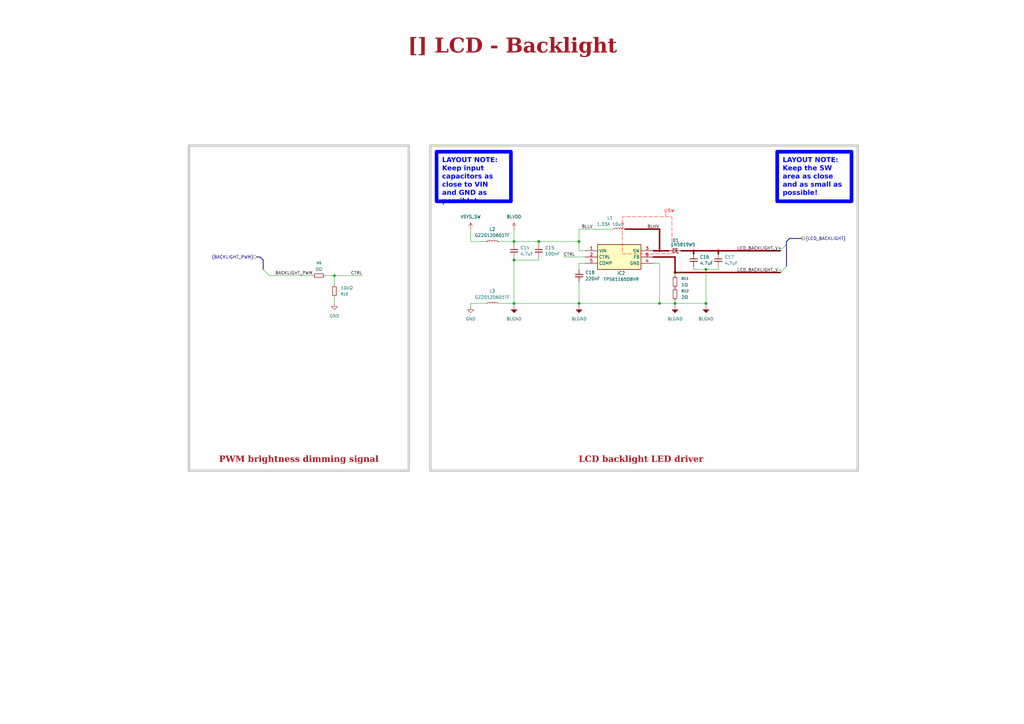
<source format=kicad_sch>
(kicad_sch (version 20250114) (generator "eeschema") (generator_version "9.0")
  (paper "A3")
  (title_block (title "LCD - Backlight") (rev "${REVISION}") (company "${COMPANY}"))
  (lib_symbols
    (symbol "0_capacitors:CL05B104KO5NNNC" (pin_numbers (hide yes)) (pin_names (offset 0.254) (hide yes))
      (property "Reference" "C" (at 0.254 1.778 0))
      (property "Value" "100nF" (at 0.254 -2.032 0))
      (symbol "CL05B104KO5NNNC_0_1"
        (polyline (pts (xy -1.524 0.508) (xy 1.524 0.508)) (stroke (width 0.3048)))
        (polyline (pts (xy -1.524 -0.508) (xy 1.524 -0.508)) (stroke (width 0.3302)))
      )
      (symbol "CL05B104KO5NNNC_1_1"
        (pin passive line (at 0 2.54 270) (length 2.032) (name "~") (number "1"))
        (pin passive line (at 0 -2.54 90) (length 2.032) (name "~") (number "2"))
      )
    )
    (symbol "0_capacitors:CL05B224KO5NNNC" (pin_numbers (hide yes)) (pin_names (offset 0.254) (hide yes))
      (property "Reference" "C" (at 0.254 1.778 0))
      (property "Value" "220nF" (at 0.254 -2.032 0))
      (symbol "CL05B224KO5NNNC_0_1"
        (polyline (pts (xy -1.524 0.508) (xy 1.524 0.508)) (stroke (width 0.3048)))
        (polyline (pts (xy -1.524 -0.508) (xy 1.524 -0.508)) (stroke (width 0.3302)))
      )
      (symbol "CL05B224KO5NNNC_1_1"
        (pin passive line (at 0 2.54 270) (length 2.032) (name "~") (number "1"))
        (pin passive line (at 0 -2.54 90) (length 2.032) (name "~") (number "2"))
      )
    )
    (symbol "0_capacitors:CL21A475KAQNNNE" (pin_numbers (hide yes)) (pin_names (offset 0.254) (hide yes))
      (property "Reference" "C" (at 0.254 1.778 0))
      (property "Value" "4.7uF" (at 0.254 -2.032 0))
      (symbol "CL21A475KAQNNNE_0_1"
        (polyline (pts (xy -1.524 0.508) (xy 1.524 0.508)) (stroke (width 0.3048)))
        (polyline (pts (xy -1.524 -0.508) (xy 1.524 -0.508)) (stroke (width 0.3302)))
      )
      (symbol "CL21A475KAQNNNE_1_1"
        (pin passive line (at 0 2.54 270) (length 2.032) (name "~") (number "1"))
        (pin passive line (at 0 -2.54 90) (length 2.032) (name "~") (number "2"))
      )
    )
    (symbol "0_diodes:1N5819WS" (pin_numbers (hide yes)) (pin_names (offset 0.254) (hide yes))
      (property "Reference" "D" (at -1.27 2.032 0))
      (property "Value" "1N5819WS" (at -7.112 -2.032 0))
      (symbol "1N5819WS_0_1"
        (polyline (pts (xy -1.27 0.762) (xy -1.27 1.016) (xy -0.762 1.016) (xy -0.762 -1.016) (xy -0.254 -1.016) (xy -0.254 -0.762)) (stroke (width 0.254)))
        (polyline (pts (xy -0.762 0) (xy 0.762 0)))
        (polyline (pts (xy 0.762 -1.016) (xy -0.762 0) (xy 0.762 1.016) (xy 0.762 -1.016)) (stroke (width 0.254)))
      )
      (symbol "1N5819WS_1_1"
        (pin passive line (at -2.54 0 0) (length 1.778) (name "K") (number "1"))
        (pin passive line (at 2.54 0 180) (length 1.778) (name "A") (number "2"))
      )
    )
    (symbol "0_inductors:GZ2012D601TF" (pin_numbers (hide yes)) (pin_names (offset 0.254) (hide yes))
      (property "Reference" "L" (at 0.762 1.016 0))
      (property "Value" "GZ2012D601TF" (at 0.762 -1.016 0))
      (symbol "GZ2012D601TF_0_1"
        (arc (start 0 2.032) (mid 0.5058 1.524) (end 0 1.016))
        (arc (start 0 1.016) (mid 0.5058 0.508) (end 0 0))
        (arc (start 0 0) (mid 0.5058 -0.508) (end 0 -1.016))
        (arc (start 0 -1.016) (mid 0.5058 -1.524) (end 0 -2.032))
      )
      (symbol "GZ2012D601TF_1_1"
        (pin passive line (at 0 2.54 270) (length 0.508) (name "~") (number "1"))
        (pin passive line (at 0 -2.54 90) (length 0.508) (name "~") (number "2"))
      )
    )
    (symbol "0_inductors:VLS3012HBX-100M" (pin_numbers (hide yes)) (pin_names (offset 0.254) (hide yes))
      (property "Reference" "L" (at 0.762 1.016 0))
      (property "Value" "1.33A 10uH" (at 0.762 -1.016 0))
      (symbol "VLS3012HBX-100M_0_1"
        (arc (start 0 2.032) (mid 0.5058 1.524) (end 0 1.016))
        (arc (start 0 1.016) (mid 0.5058 0.508) (end 0 0))
        (arc (start 0 0) (mid 0.5058 -0.508) (end 0 -1.016))
        (arc (start 0 -1.016) (mid 0.5058 -1.524) (end 0 -2.032))
      )
      (symbol "VLS3012HBX-100M_1_1"
        (pin passive line (at 0 2.54 270) (length 0.508) (name "~") (number "1"))
        (pin passive line (at 0 -2.54 90) (length 0.508) (name "~") (number "2"))
      )
    )
    (symbol "0_integrated_circuits:TPS61165DBVR"
      (property "Reference" "IC" (at 24.13 7.62 0))
      (property "Value" "TPS61165DBVR" (at 24.13 5.08 0))
      (symbol "TPS61165DBVR_1_1"
        (rectangle (start 5.08 2.54) (end 22.86 -7.62) (stroke (width 0.254)) (fill (type background)))
        (pin passive line (at 0 0 0) (length 5.08) (name "VIN") (number "1"))
        (pin passive line (at 0 -2.54 0) (length 5.08) (name "CTRL") (number "2"))
        (pin passive line (at 0 -5.08 0) (length 5.08) (name "COMP") (number "5"))
        (pin passive line (at 27.94 0 180) (length 5.08) (name "SW") (number "3"))
        (pin passive line (at 27.94 -2.54 180) (length 5.08) (name "FB") (number "6"))
        (pin passive line (at 27.94 -5.08 180) (length 5.08) (name "GND") (number "4"))
      )
    )
    (symbol "0_power_symbols:BLGND" (power) (pin_numbers (hide yes)) (pin_names (offset 0) (hide yes))
      (property "Value" "BLGND" (at 0 -3.81 0))
      (symbol "BLGND_1_1"
        (polyline (pts (xy 0 0) (xy 0 -1.27) (xy 1.27 -1.27) (xy 0 -2.54) (xy -1.27 -1.27) (xy 0 -1.27)) (fill (type color) (color 132 0 0 1)))
        (pin power_in line (at 0 0 270) (length 0) (name "~") (number "1"))
      )
    )
    (symbol "0_power_symbols:BLVDD" (power) (pin_numbers (hide yes)) (pin_names (offset 0) (hide yes))
      (property "Value" "BLVDD" (at 0 3.556 0))
      (symbol "BLVDD_0_1"
        (polyline (pts (xy -0.762 1.27) (xy 0 2.54)))
        (polyline (pts (xy 0 2.54) (xy 0.762 1.27)))
        (polyline (pts (xy 0 0) (xy 0 2.54)))
      )
      (symbol "BLVDD_1_1"
        (pin power_in line (at 0 0 90) (length 0) (name "~") (number "1"))
      )
    )
    (symbol "0_power_symbols:VSYS_SW" (power) (pin_numbers (hide yes)) (pin_names (offset 0) (hide yes))
      (property "Value" "VSYS_SW" (at 0 3.556 0))
      (symbol "VSYS_SW_0_1"
        (polyline (pts (xy -0.762 1.27) (xy 0 2.54)))
        (polyline (pts (xy 0 2.54) (xy 0.762 1.27)))
        (polyline (pts (xy 0 0) (xy 0 2.54)))
      )
      (symbol "VSYS_SW_1_1"
        (pin power_in line (at 0 0 90) (length 0) (name "~") (number "1"))
      )
    )
    (symbol "0_resistors:0402WGF0000TCE" (pin_numbers (hide yes)) (pin_names (offset 0.254) (hide yes))
      (property "Reference" "R" (at 0 0 90))
      (property "Value" "0Ω" (at 1.778 0 90))
      (symbol "0402WGF0000TCE_0_1"
        (rectangle (start -0.762 1.778) (end 0.762 -1.778) (stroke (width 0.2032)))
      )
      (symbol "0402WGF0000TCE_1_1"
        (pin passive line (at 0 2.54 270) (length 0.762) (name "~") (number "1"))
        (pin passive line (at 0 -2.54 90) (length 0.762) (name "~") (number "2"))
      )
    )
    (symbol "0_resistors:0402WGF1002TCE" (pin_numbers (hide yes)) (pin_names (offset 0.254) (hide yes))
      (property "Reference" "R" (at 0 0 90))
      (property "Value" "10kΩ" (at 1.778 0 90))
      (symbol "0402WGF1002TCE_0_1"
        (rectangle (start -0.762 1.778) (end 0.762 -1.778) (stroke (width 0.2032)))
      )
      (symbol "0402WGF1002TCE_1_1"
        (pin passive line (at 0 2.54 270) (length 0.762) (name "~") (number "1"))
        (pin passive line (at 0 -2.54 90) (length 0.762) (name "~") (number "2"))
      )
    )
    (symbol "0_resistors:0603WAF100KT5E" (pin_numbers (hide yes)) (pin_names (offset 0.254) (hide yes))
      (property "Reference" "R" (at 0 0 90))
      (property "Value" "1Ω" (at 1.778 0 90))
      (symbol "0603WAF100KT5E_0_1"
        (rectangle (start -0.762 1.778) (end 0.762 -1.778) (stroke (width 0.2032)))
      )
      (symbol "0603WAF100KT5E_1_1"
        (pin passive line (at 0 2.54 270) (length 0.762) (name "~") (number "1"))
        (pin passive line (at 0 -2.54 90) (length 0.762) (name "~") (number "2"))
      )
    )
    (symbol "0_resistors:0603WAF200KT5E" (pin_numbers (hide yes)) (pin_names (offset 0.254) (hide yes))
      (property "Reference" "R" (at 0 0 90))
      (property "Value" "2Ω" (at 1.778 0 90))
      (symbol "0603WAF200KT5E_0_1"
        (rectangle (start -0.762 1.778) (end 0.762 -1.778) (stroke (width 0.2032)))
      )
      (symbol "0603WAF200KT5E_1_1"
        (pin passive line (at 0 2.54 270) (length 0.762) (name "~") (number "1"))
        (pin passive line (at 0 -2.54 90) (length 0.762) (name "~") (number "2"))
      )
    )
    (symbol "power:GND" (power) (pin_numbers (hide yes)) (pin_names (offset 0) (hide yes))
      (property "Value" "GND" (at 0 -3.81 0))
      (symbol "GND_0_1"
        (polyline (pts (xy 0 0) (xy 0 -1.27) (xy 1.27 -1.27) (xy 0 -2.54) (xy -1.27 -1.27) (xy 0 -1.27)))
      )
      (symbol "GND_1_1"
        (pin power_in line (at 0 0 270) (length 0) (name "~") (number "1"))
      )
    )
  )
  (rectangle (start 77.47 59.69) (end 167.64 193.04) (stroke (width 1) (color 200 200 200 1)))
  (rectangle (start 176.53 59.69) (end 351.79 193.04) (stroke (width 1) (color 200 200 200 1)))
  (text_box "PWM brightness dimming signal\n" (at 78.74 179.07 0) (size 87.63 12.7) (margins 1.9049 1.9049 1.9049 1.9049) (stroke (width -0.0001)) (effects (font (size 2.54 2.54) (thickness 0.508) (bold yes)) (justify bottom)))
  (text_box "LAYOUT NOTE:\nKeep input capacitors as close to VIN and GND as possible!" (at 179.07 62.23 0) (size 30.48 20.32) (margins 2.25 2.25 2.25 2.25) (stroke (width 1.5) (color 0 0 255 1)) (effects (font (size 2 2) (thickness 0.4) (bold yes)) (justify left top)))
  (text_box "LAYOUT NOTE:\nKeep the SW area as close and as small as possible!" (at 318.77 62.23 0) (size 30.48 20.32) (margins 2.25 2.25 2.25 2.25) (stroke (width 1.5) (color 0 0 255 1)) (effects (font (size 2 2) (thickness 0.4) (bold yes)) (justify left top)))
  (text_box "[${#}] ${TITLE}" (at 12.7 12.7 0) (size 394.97 12.7) (margins 4.4999 4.4999 4.4999 4.4999) (stroke (width -0.0001)) (effects (font (size 6 6) (thickness 1.2) (bold yes))))
  (text_box "LCD backlight LED driver\n" (at 173.99 179.07 0) (size 177.8 12.7) (margins 1.9049 1.9049 1.9049 1.9049) (stroke (width -0.0001)) (effects (font (size 2.54 2.54) (thickness 0.508) (bold yes)) (justify bottom)))
  (junction (at 276.86 111.76) (color 132 0 0 1))
  (junction (at 220.98 99.06))
  (junction (at 210.82 124.46))
  (junction (at 210.82 106.68))
  (junction (at 237.49 124.46))
  (junction (at 289.56 124.46))
  (junction (at 294.64 102.87) (color 132 0 0 1))
  (junction (at 270.51 102.87) (color 132 0 0 1))
  (junction (at 284.48 102.87) (color 132 0 0 1))
  (junction (at 270.51 124.46))
  (junction (at 137.16 113.03))
  (junction (at 210.82 99.06))
  (junction (at 276.86 124.46))
  (junction (at 237.49 99.06))
  (junction (at 289.56 110.49))
  (bus_entry (at 107.95 110.49) (size 2.54 2.54))
  (bus_entry (at 322.58 109.22) (size -2.54 2.54))
  (bus_entry (at 322.58 100.33) (size -2.54 2.54))
  (wire (pts (xy 270.51 107.95) (xy 270.51 124.46)))
  (wire (pts (xy 279.4 102.87) (xy 284.48 102.87)) (stroke (width 0.6) (color 132 0 0 1)))
  (wire (pts (xy 237.49 107.95) (xy 240.03 107.95)))
  (wire (pts (xy 210.82 93.98) (xy 210.82 99.06)))
  (wire (pts (xy 237.49 102.87) (xy 240.03 102.87)))
  (wire (pts (xy 276.86 105.41) (xy 276.86 111.76)) (stroke (width 0.6) (color 132 0 0 1)))
  (bus (pts (xy 106.68 105.41) (xy 107.95 106.68)))
  (wire (pts (xy 133.35 113.03) (xy 137.16 113.03)))
  (bus (pts (xy 105.41 105.41) (xy 106.68 105.41)))
  (wire (pts (xy 193.04 99.06) (xy 199.39 99.06)))
  (wire (pts (xy 294.64 102.87) (xy 293.37 102.87)))
  (wire (pts (xy 294.64 102.87) (xy 320.04 102.87)) (stroke (width 0.6) (color 132 0 0 1)))
  (wire (pts (xy 276.86 111.76) (xy 320.04 111.76)) (stroke (width 0.6) (color 132 0 0 1)))
  (wire (pts (xy 193.04 93.98) (xy 193.04 99.06)))
  (wire (pts (xy 193.04 124.46) (xy 199.39 124.46)))
  (wire (pts (xy 220.98 100.33) (xy 220.98 99.06)))
  (wire (pts (xy 204.47 99.06) (xy 210.82 99.06)))
  (wire (pts (xy 220.98 105.41) (xy 220.98 106.68)))
  (wire (pts (xy 137.16 124.46) (xy 137.16 121.92)))
  (wire (pts (xy 237.49 115.57) (xy 237.49 124.46)))
  (wire (pts (xy 276.86 124.46) (xy 276.86 125.73)))
  (wire (pts (xy 270.51 93.98) (xy 256.54 93.98)) (stroke (width 0.6) (color 132 0 0 1)))
  (bus (pts (xy 328.93 97.79) (xy 323.85 97.79)))
  (wire (pts (xy 270.51 102.87) (xy 274.32 102.87)) (stroke (width 0.6) (color 132 0 0 1)))
  (wire (pts (xy 210.82 99.06) (xy 220.98 99.06)))
  (wire (pts (xy 294.64 109.22) (xy 294.64 110.49)))
  (bus (pts (xy 323.85 97.79) (xy 322.58 99.06)))
  (wire (pts (xy 137.16 113.03) (xy 148.59 113.03)))
  (wire (pts (xy 284.48 109.22) (xy 284.48 110.49)))
  (wire (pts (xy 210.82 106.68) (xy 220.98 106.68)))
  (wire (pts (xy 210.82 100.33) (xy 210.82 99.06)))
  (wire (pts (xy 276.86 124.46) (xy 276.86 123.19)))
  (wire (pts (xy 284.48 110.49) (xy 289.56 110.49)))
  (wire (pts (xy 193.04 124.46) (xy 193.04 125.73)))
  (wire (pts (xy 240.03 105.41) (xy 231.14 105.41)))
  (bus (pts (xy 107.95 106.68) (xy 107.95 110.49)))
  (wire (pts (xy 237.49 99.06) (xy 237.49 102.87)))
  (wire (pts (xy 110.49 113.03) (xy 128.27 113.03)))
  (wire (pts (xy 137.16 116.84) (xy 137.16 113.03)))
  (wire (pts (xy 267.97 105.41) (xy 276.86 105.41)) (stroke (width 0.6) (color 132 0 0 1)))
  (wire (pts (xy 276.86 111.76) (xy 280.67 111.76)))
  (wire (pts (xy 237.49 107.95) (xy 237.49 110.49)))
  (wire (pts (xy 270.51 93.98) (xy 270.51 102.87)) (stroke (width 0.6) (color 132 0 0 1)))
  (wire (pts (xy 289.56 124.46) (xy 289.56 125.73)))
  (wire (pts (xy 294.64 104.14) (xy 294.64 102.87)) (stroke (width 0.6) (color 132 0 0 1)))
  (wire (pts (xy 276.86 111.76) (xy 276.86 113.03)))
  (wire (pts (xy 220.98 99.06) (xy 237.49 99.06)))
  (wire (pts (xy 237.49 93.98) (xy 251.46 93.98)))
  (wire (pts (xy 270.51 107.95) (xy 267.97 107.95)))
  (bus (pts (xy 322.58 99.06) (xy 322.58 100.33)))
  (wire (pts (xy 210.82 106.68) (xy 210.82 124.46)))
  (wire (pts (xy 237.49 93.98) (xy 237.49 99.06)))
  (wire (pts (xy 276.86 124.46) (xy 289.56 124.46)))
  (wire (pts (xy 284.48 104.14) (xy 284.48 102.87)) (stroke (width 0.6) (color 132 0 0 1)))
  (wire (pts (xy 210.82 105.41) (xy 210.82 106.68)))
  (wire (pts (xy 210.82 124.46) (xy 237.49 124.46)))
  (wire (pts (xy 237.49 124.46) (xy 270.51 124.46)))
  (wire (pts (xy 284.48 102.87) (xy 294.64 102.87)) (stroke (width 0.6) (color 132 0 0 1)))
  (wire (pts (xy 270.51 124.46) (xy 276.86 124.46)))
  (wire (pts (xy 237.49 124.46) (xy 237.49 125.73)))
  (wire (pts (xy 270.51 102.87) (xy 267.97 102.87)) (stroke (width 0.6) (color 132 0 0 1)))
  (wire (pts (xy 210.82 124.46) (xy 210.82 125.73)))
  (wire (pts (xy 204.47 124.46) (xy 210.82 124.46)))
  (bus (pts (xy 322.58 100.33) (xy 322.58 109.22)))
  (wire (pts (xy 289.56 110.49) (xy 294.64 110.49)))
  (wire (pts (xy 289.56 110.49) (xy 289.56 124.46)))
  (label "BLLV" (at 238.5021 93.98 0))
  (label "BLHV" (at 265.43 93.98 0))
  (label "BACKLIGHT_PWM" (at 128.27 113.03 180))
  (label "LCD_BACKLIGHT_V-" (at 302.26 111.76 0))
  (label "LCD_BACKLIGHT_V+" (at 302.26 102.87 0))
  (label "CTRL" (at 148.59 113.03 180))
  (label "CTRL" (at 231.14 105.41 0))
  (hierarchical_label "{BACKLIGHT_PWM}" (shape input) (at 105.41 105.41 180))
  (hierarchical_label "{LCD_BACKLIGHT}" (shape output) (at 328.93 97.79 0))
  (rule_area (polyline (pts (xy 255.27 104.14) (xy 275.59 104.14) (xy 275.59 88.9) (xy 255.27 88.9)) (stroke (width 0) (type dash))))
  (netclass_flag "" (length 2.54) (shape round) (at 273.05 88.9 0) (property "Netclass" "SW" (at 273.7485 86.36 0) (effects (justify left))))
  (symbol (lib_id "0_capacitors:CL21A475KAQNNNE") (at 210.82 102.87 0) (unit 1)
    (property "Reference" "C14" (at 213.36 101.6063 0) (effects (justify left)))
    (property "Value" "4.7uF" (at 213.36 104.1463 0) (effects (justify left)))
    (property "Footprint" "0_capacitors:C_0805_2012Metric" (effects (hide yes)))
    (property "Description" "Unpolarized capacitor, small symbol" (effects (hide yes)))
    (property "Supplier 1" "JLCPCB" (effects (hide yes)))
    (property "Supplier Part Number 1" "C1779" (effects (hide yes)))
  )
  (symbol (lib_id "0_capacitors:CL21A475KAQNNNE") (at 294.64 106.68 0) (unit 1)
    (property "Reference" "C17" (at 297.18 105.4163 0) (effects (justify left)))
    (property "Value" "4.7uF" (at 297.18 107.9563 0) (effects (justify left)))
    (property "Footprint" "0_capacitors:C_0805_2012Metric" (effects (hide yes)))
    (property "Description" "Unpolarized capacitor, small symbol" (effects (hide yes)))
    (property "Supplier 1" "JLCPCB" (effects (hide yes)))
    (property "Supplier Part Number 1" "C1779" (effects (hide yes)))
  )
  (symbol (lib_id "0_resistors:0603WAF200KT5E") (at 276.86 120.65 0) (unit 1)
    (property "Reference" "R12" (at 279.4 119.38 0) (effects (font (size 1.016 1.016)) (justify left)))
    (property "Value" "2Ω" (at 279.4 121.92 0) (effects (justify left)))
    (property "Footprint" "0_resistors:R_0603_1608Metric" (effects (hide yes)))
    (property "Description" "75V ±1% ±200ppm/℃ 2Ω 0603" (effects (hide yes)))
    (property "Supplier 1" "JLCPCB" (effects (hide yes)))
    (property "Supplier Part Number 1" "C22977" (effects (hide yes)))
  )
  (symbol (lib_id "0_inductors:GZ2012D601TF") (at 201.93 99.06 90) (unit 1)
    (property "Reference" "L2" (at 201.93 93.98 90))
    (property "Value" "GZ2012D601TF" (at 201.93 96.52 90))
    (property "Footprint" "0_inductors:L_0805_2012Metric" (effects (hide yes)))
    (property "Description" "300mΩ ±25% 600Ω@100MHz 0805 Ferrite Beads ROHS" (effects (hide yes)))
    (property "Supplier 1" "JLCPCB" (effects (hide yes)))
    (property "Supplier Part Number 1" "C1017" (effects (hide yes)))
  )
  (symbol (lib_id "0_resistors:0402WGF0000TCE") (at 130.81 113.03 90) (unit 1)
    (property "Reference" "R9" (at 130.81 107.95 90) (effects (font (size 1.016 1.016))))
    (property "Value" "0Ω" (at 130.81 110.49 90))
    (property "Footprint" "0_resistors:R_0402_1005Metric" (effects (hide yes)))
    (property "Description" "Resistor, small symbol" (effects (hide yes)))
    (property "Supplier 1" "JLCPCB" (effects (hide yes)))
    (property "Supplier Part Number 1" "C17168" (effects (hide yes)))
  )
  (symbol (lib_id "0_inductors:VLS3012HBX-100M") (at 254 93.98 90) (unit 1)
    (property "Reference" "L1" (at 250.19 89.408 90))
    (property "Value" "1.33A 10uH" (at 250.444 91.948 90))
    (property "Footprint" "0_inductors:IND_VLS3012HBX-100M" (effects (hide yes)))
    (property "Description" "Inductor, small symbol" (effects (hide yes)))
    (property "Supplier 1" "JLCPCB" (effects (hide yes)))
    (property "Supplier Part Number 1" "C518881" (effects (hide yes)))
  )
  (symbol (lib_id "0_power_symbols:BLGND") (at 237.49 125.73 0) (unit 1)
    (property "Reference" "#PWR028" (effects (hide yes)))
    (property "Value" "BLGND" (at 237.49 130.81 0))
    (property "Description" "Power symbol creates a global label with name \"BLGND\" , ground" (effects (hide yes)))
  )
  (symbol (lib_id "0_capacitors:CL05B104KO5NNNC") (at 220.98 102.87 0) (unit 1)
    (property "Reference" "C15" (at 223.52 101.6063 0) (effects (justify left)))
    (property "Value" "100nF" (at 223.52 104.1463 0) (effects (justify left)))
    (property "Footprint" "0_capacitors:C_0402_1005Metric" (effects (hide yes)))
    (property "Description" "Unpolarized capacitor, small symbol" (effects (hide yes)))
    (property "Supplier 1" "JLCPCB" (effects (hide yes)))
    (property "Supplier Part Number 1" "C1525" (effects (hide yes)))
  )
  (symbol (lib_id "0_power_symbols:BLVDD") (at 210.82 93.98 0) (unit 1)
    (property "Reference" "#PWR023" (effects (hide yes)))
    (property "Value" "BLVDD" (at 210.82 88.9 0))
    (property "Description" "Power symbol creates a global label with name \"BLVDD\"" (effects (hide yes)))
  )
  (symbol (lib_id "0_integrated_circuits:TPS61165DBVR") (at 240.03 102.87 0) (unit 1)
    (property "Reference" "IC2" (at 254.762 112.014 0))
    (property "Value" "TPS61165DBVR" (at 254.762 114.554 0))
    (property "Footprint" "SOT95P280X145-6N" (effects (hide yes)))
    (property "Datasheet" "https://www.ti.com/lit/gpn/TPS61165" (effects (hide yes)))
    (property "Description" "LED Lighting Drivers Hi Brightness White LED Drvr TPS61165 High-Brightness, White LED Driver in WSON and SOT-23 Packages" (effects (hide yes)))
    (property "Height" "1.45" (effects (hide yes)))
    (property "Mouser Part Number" "595-TPS61165DBVR" (effects (hide yes)))
    (property "Mouser Price/Stock" "https://www.mouser.co.uk/ProductDetail/Texas-Instruments/TPS61165DBVR?qs=HM7Ob9npyBLl0sTgi6JQSQ%3D%3D" (effects (hide yes)))
    (property "Manufacturer_Name" "Texas Instruments" (effects (hide yes)))
    (property "Manufacturer_Part_Number" "TPS61165DBVR" (effects (hide yes)))
    (property "Supplier 1" "JLCPCB" (effects (hide yes)))
    (property "Supplier Part Number 1" "C58756" (effects (hide yes)))
  )
  (symbol (lib_id "0_inductors:GZ2012D601TF") (at 201.93 124.46 90) (unit 1)
    (property "Reference" "L3" (at 201.93 119.38 90))
    (property "Value" "GZ2012D601TF" (at 201.93 121.92 90))
    (property "Footprint" "0_inductors:L_0805_2012Metric" (effects (hide yes)))
    (property "Description" "300mΩ ±25% 600Ω@100MHz 0805 Ferrite Beads ROHS" (effects (hide yes)))
    (property "Supplier 1" "JLCPCB" (effects (hide yes)))
    (property "Supplier Part Number 1" "C1017" (effects (hide yes)))
  )
  (symbol (lib_id "0_power_symbols:BLGND") (at 210.82 125.73 0) (unit 1)
    (property "Reference" "#PWR022" (effects (hide yes)))
    (property "Value" "BLGND" (at 210.82 130.81 0))
    (property "Description" "Power symbol creates a global label with name \"BLGND\" , ground" (effects (hide yes)))
  )
  (symbol (lib_id "0_resistors:0603WAF100KT5E") (at 276.86 115.57 0) (unit 1)
    (property "Reference" "R11" (at 279.4 114.3 0) (effects (font (size 1.016 1.016)) (justify left)))
    (property "Value" "1Ω" (at 279.4 116.84 0) (effects (justify left)))
    (property "Footprint" "0_resistors:R_0603_1608Metric" (effects (hide yes)))
    (property "Description" "75V ±1% ±400ppm/℃ 1Ω 0603" (effects (hide yes)))
    (property "Supplier 1" "JLCPCB" (effects (hide yes)))
    (property "Supplier Part Number 1" "C22936" (effects (hide yes)))
  )
  (symbol (lib_id "power:GND") (at 137.16 124.46 0) (unit 1)
    (property "Reference" "#PWR025" (effects (hide yes)))
    (property "Value" "GND" (at 137.16 129.54 0))
    (property "Description" "Power symbol creates a global label with name \"GND\" , ground" (effects (hide yes)))
  )
  (symbol (lib_id "0_resistors:0402WGF1002TCE") (at 137.16 119.38 0) (mirror x) (unit 1)
    (property "Reference" "R10" (at 139.7 120.65 0) (effects (font (size 1.016 1.016)) (justify left)))
    (property "Value" "10kΩ" (at 139.7 118.11 0) (effects (justify left)))
    (property "Footprint" "0_resistors:R_0402_1005Metric" (effects (hide yes)))
    (property "Description" "Resistor, small symbol" (effects (hide yes)))
    (property "Supplier 1" "JLCPCB" (effects (hide yes)))
    (property "Supplier Part Number 1" "C25744" (effects (hide yes)))
  )
  (symbol (lib_id "0_power_symbols:BLGND") (at 276.86 125.73 0) (unit 1)
    (property "Reference" "#PWR029" (effects (hide yes)))
    (property "Value" "BLGND" (at 276.86 130.81 0))
    (property "Description" "Power symbol creates a global label with name \"BLGND\" , ground" (effects (hide yes)))
  )
  (symbol (lib_id "0_power_symbols:BLGND") (at 289.56 125.73 0) (unit 1)
    (property "Reference" "#PWR027" (effects (hide yes)))
    (property "Value" "BLGND" (at 289.56 130.81 0))
    (property "Description" "Power symbol creates a global label with name \"BLGND\" , ground" (effects (hide yes)))
  )
  (symbol (lib_id "0_capacitors:CL05B224KO5NNNC") (at 237.49 113.03 0) (unit 1)
    (property "Reference" "C18" (at 240.03 111.7663 0) (effects (justify left)))
    (property "Value" "220nF" (at 240.03 114.3063 0) (effects (justify left)))
    (property "Footprint" "0_capacitors:C_0402_1005Metric" (effects (hide yes)))
    (property "Description" "16V 220nF X7R ±10% 0402 Multilayer Ceramic Capacitors MLCC - SMD/SMT ROHS" (effects (hide yes)))
    (property "Supplier 1" "JLCPCB" (effects (hide yes)))
    (property "Supplier Part Number 1" "C16772" (effects (hide yes)))
  )
  (symbol (lib_id "0_power_symbols:VSYS_SW") (at 193.04 93.98 0) (unit 1)
    (property "Reference" "#PWR082" (effects (hide yes)))
    (property "Value" "VSYS_SW" (at 193.04 88.9 0))
    (property "Description" "Power symbol creates a global label with name \"VSYS_SW\"" (effects (hide yes)))
  )
  (symbol (lib_id "0_diodes:1N5819WS") (at 276.86 102.87 180) (unit 1)
    (property "Reference" "D1" (at 277.114 98.552 0))
    (property "Value" "1N5819WS" (at 280.162 100.33 0))
    (property "Footprint" "0_diodes:D_SOD-323" (effects (hide yes)))
    (property "Description" "40V 600mV@1A 1A SOD-323 Schottky Diodes ROHS" (effects (hide yes)))
    (property "Supplier 1" "JLCPCB" (effects (hide yes)))
    (property "Supplier Part Number 1" "C191023" (effects (hide yes)))
  )
  (symbol (lib_id "power:GND") (at 193.04 125.73 0) (unit 1)
    (property "Reference" "#PWR024" (effects (hide yes)))
    (property "Value" "GND" (at 193.04 130.81 0))
    (property "Description" "Power symbol creates a global label with name \"GND\" , ground" (effects (hide yes)))
  )
  (symbol (lib_id "0_capacitors:CL21A475KAQNNNE") (at 284.48 106.68 0) (unit 1)
    (property "Reference" "C16" (at 287.02 105.4163 0) (effects (justify left)))
    (property "Value" "4.7uF" (at 287.02 107.9563 0) (effects (justify left)))
    (property "Footprint" "0_capacitors:C_0805_2012Metric" (effects (hide yes)))
    (property "Description" "Unpolarized capacitor, small symbol" (effects (hide yes)))
    (property "Supplier 1" "JLCPCB" (effects (hide yes)))
    (property "Supplier Part Number 1" "C1779" (effects (hide yes)))
  )
)
</source>
